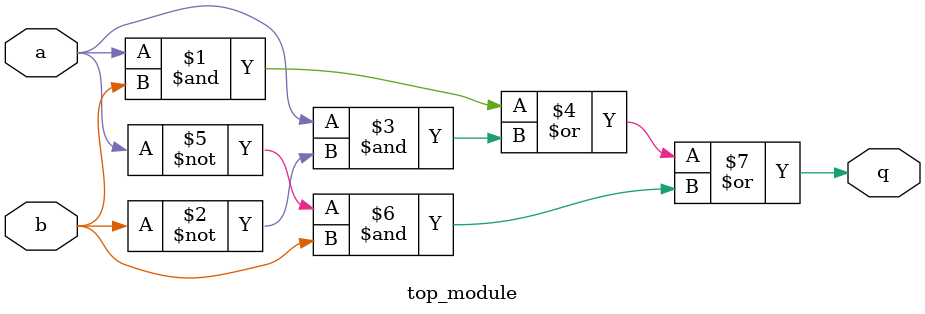
<source format=sv>
module top_module (
    input a,
    input b,
    output q
);

assign q = (a & b) | (a & ~b) | (~a & b);

endmodule

</source>
